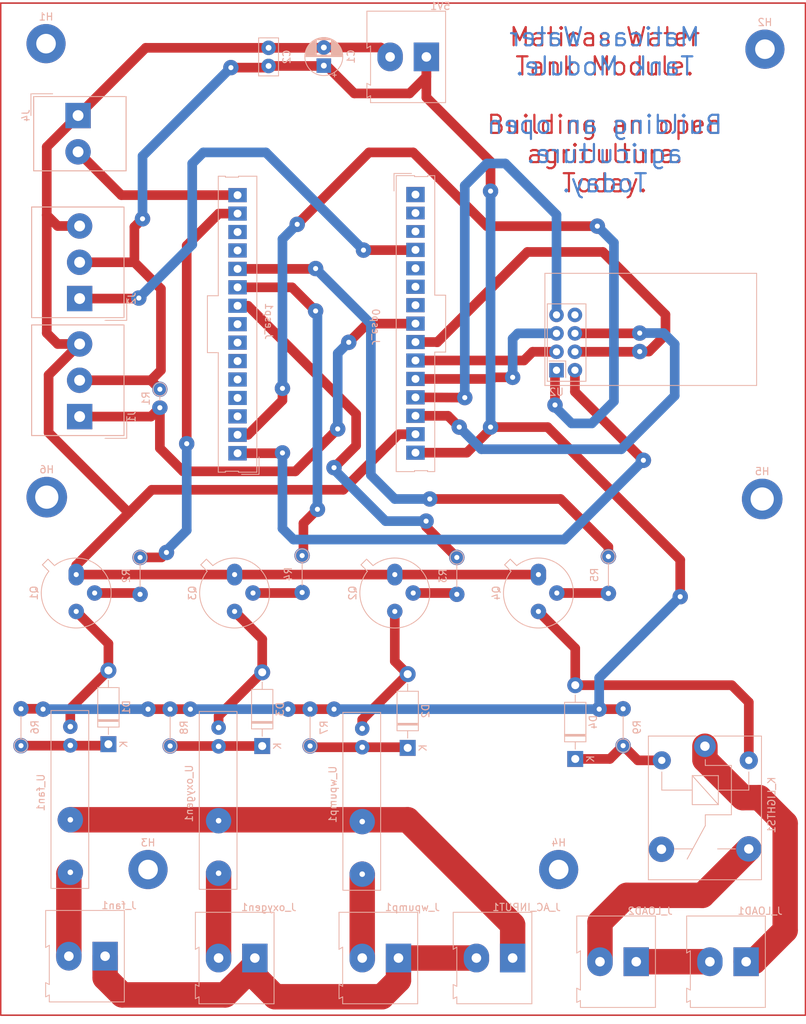
<source format=kicad_pcb>
(kicad_pcb (version 20221018) (generator pcbnew)
  (layers (0 "F.Cu" signal) (31 "B.Cu" signal) (34 "B.Paste" user) (35 "F.Paste" user) (36 "B.SilkS" user "B.Silkscreen") (37 "F.SilkS" user "F.Silkscreen") (38 "B.Mask" user) (39 "F.Mask" user) (44 "Edge.Cuts" user))
  (net 0 "")
  (net 1 "5v")
  (net 2 "GND5V")
  (net 3 "D25")
  (net 4 "D34")
  (net 5 "D33")
  (net 6 "AC1")
  (net 7 "AC2")
  (net 8 "EN")
  (net 9 "VP")
  (net 10 "VN")
  (net 11 "D35")
  (net 12 "D32")
  (net 13 "D26")
  (net 14 "D27")
  (net 15 "D14")
  (net 16 "D12")
  (net 17 "D13")
  (net 18 "3V3")
  (net 19 "GND2")
  (net 20 "D15")
  (net 21 "D2")
  (net 22 "D4")
  (net 23 "RX2")
  (net 24 "TX2")
  (net 25 "D5")
  (net 26 "D18")
  (net 27 "D19")
  (net 28 "D21")
  (net 29 "RX0")
  (net 30 "TX0")
  (net 31 "D22")
  (net 32 "D23")
  (net 33 "Net-(J_fan1-Pin_2)")
  (net 34 "LOAD IN")
  (net 35 "GND LOAD")
  (net 36 "Normally O")
  (net 37 "Net-(J_oxygen1-Pin_2)")
  (net 38 "Net-(J_wpump1-Pin_2)")
  (net 39 "Net-(Q1-B)")
  (net 40 "Net-(Q2-B)")
  (net 41 "Net-(Q3-B)")
  (net 42 "Net-(Q4-B)")
  (net 43 "Net-(D1-K)")
  (net 44 "Net-(D2-K)")
  (net 45 "Net-(D3-K)")
  (net 46 "Net-(D4-K)")
  (net 47 "Net-(D1-A)")
  (net 48 "Net-(D3-A)")
  (net 49 "Net-(D2-A)")
  (net 50 "Net-(D4-A)")
  (net 51 "Normally C")
  (footprint "Resistor_THT:R_Axial_DIN0204_L3.6mm_D1.6mm_P5.08mm_Vertical" (layer "B.Cu") (at 50.8 130.252 90)
    (fp_text reference "R6" (at 2.54 1.92 90) (layer "B.SilkS") (effects (justify mirror)))
    (fp_text value "R")
    (pad "1" thru_hole circle (at 0 0 90) (size 2.125 2.125) (drill 0.7) (layers "*.Cu" "*.Mask") (net 43 "Net-(D1-K)"))
    (pad "2" thru_hole oval (at 5.08 0 90) (size 2.125 2.125) (drill 0.7) (layers "*.Cu" "*.Mask") (net 1 "5v"))
  )
  (footprint "Resistor_THT:R_Axial_DIN0204_L3.6mm_D1.6mm_P2.54mm_Vertical" (layer "B.Cu") (at 69.9575 81.1475 -90)
    (fp_text reference "R1" (at 1.27 1.92 90) (layer "B.SilkS") (effects (justify mirror)))
    (fp_text value "4.7k")
    (pad "1" thru_hole circle (at 0 0 270) (size 2.1 2.1) (drill 0.7) (layers "*.Cu" "*.Mask") (net 1 "5v"))
    (pad "2" thru_hole oval (at 2.54 0 270) (size 2 2.125) (drill 0.7) (layers "*.Cu" "*.Mask") (net 3 "D25"))
  )
  (footprint "Diode_THT:D_DO-41_SOD81_P10.16mm_Horizontal" (layer "B.Cu") (at 104.14 130.556 90)
    (fp_text reference "D2" (at 5.08 2.47 90) (layer "B.SilkS") (effects (justify mirror)))
    (fp_text value "1N4004")
    (fp_text user "K" (at 0 2.1 90) (layer "B.SilkS") (effects (justify mirror)))
    (pad "1" thru_hole rect (at 0 0 90) (size 2.2 2.2) (drill 1.1) (layers "*.Cu" "*.Mask") (net 44 "Net-(D2-K)"))
    (pad "2" thru_hole oval (at 10.16 0 90) (size 2.2 2.2) (drill 1.1) (layers "*.Cu" "*.Mask") (net 49 "Net-(D2-A)"))
  )
  (footprint "Resistor_THT:R_Axial_DIN0204_L3.6mm_D1.6mm_P5.08mm_Vertical" (layer "B.Cu") (at 67.23 104.317 -90)
    (fp_text reference "R2" (at 2.54 1.92 90) (layer "B.SilkS") (effects (justify mirror)))
    (fp_text value "660")
    (pad "1" thru_hole circle (at 0 0 270) (size 2.125 2.125) (drill 0.7) (layers "*.Cu" "*.Mask") (net 31 "D22"))
    (pad "2" thru_hole oval (at 5.08 0 270) (size 2.125 2.125) (drill 0.7) (layers "*.Cu" "*.Mask") (net 39 "Net-(Q1-B)"))
  )
  (footprint "TerminalBlock:TerminalBlock_Altech_AK300-2_P5.00mm" (layer "B.Cu") (at 62.404 159.258 180)
    (fp_text reference "J_fan1" (at -1.92 6.99) (layer "B.SilkS") (effects (justify mirror)))
    (fp_text value "Screw_Terminal_01x02")
    (pad "1" thru_hole rect (at 0 0 180) (size 3.5 3.96) (drill 1.32) (layers "*.Cu" "*.Mask") (net 7 "AC2"))
    (pad "2" thru_hole oval (at 5 0 180) (size 3.5 3.96) (drill 1.32) (layers "*.Cu" "*.Mask") (net 33 "Net-(J_fan1-Pin_2)"))
  )
  (footprint "TerminalBlock:TerminalBlock_Altech_AK300-2_P5.00mm" (layer "B.Cu") (at 106.717 35.352 180)
    (fp_text reference "5V1" (at -1.92 6.99) (layer "B.SilkS") (effects (justify mirror)))
    (fp_text value "Screw_Terminal_01x02")
    (pad "1" thru_hole rect (at 0 0 180) (size 3.5 3.96) (drill 1.32) (layers "*.Cu" "*.Mask") (net 1 "5v"))
    (pad "2" thru_hole oval (at 5 0 180) (size 3.5 3.96) (drill 1.32) (layers "*.Cu" "*.Mask") (net 2 "GND5V"))
  )
  (footprint "Resistor_THT:R_Axial_DIN0204_L3.6mm_D1.6mm_P5.08mm_Vertical" (layer "B.Cu") (at 131.826 104.19 -90)
    (fp_text reference "R5" (at 2.54 1.92 90) (layer "B.SilkS") (effects (justify mirror)))
    (fp_text value "660")
    (pad "1" thru_hole circle (at 0 0 270) (size 2.125 2.125) (drill 0.7) (layers "*.Cu" "*.Mask") (net 28 "D21"))
    (pad "2" thru_hole oval (at 5.08 0 270) (size 2.125 2.125) (drill 0.7) (layers "*.Cu" "*.Mask") (net 42 "Net-(Q4-B)"))
  )
  (footprint "TerminalBlock:TerminalBlock_Altech_AK300-2_P5.00mm" (layer "B.Cu") (at 135.665 160.02 180)
    (fp_text reference "J_LOAD2" (at -1.92 6.99) (layer "B.SilkS") (effects (justify mirror)))
    (fp_text value "Screw_Terminal_01x02")
    (pad "1" thru_hole rect (at 0 0 180) (size 3.5 3.96) (drill 1.32) (layers "*.Cu" "*.Mask") (net 35 "GND LOAD"))
    (pad "2" thru_hole oval (at 5 0 180) (size 3.5 3.96) (drill 1.32) (layers "*.Cu" "*.Mask") (net 36 "Normally O"))
  )
  (footprint "MountingHole:MountingHole_3.2mm_M3_DIN965_Pad" (layer "B.Cu") (at 54.356 96.012 180)
    (fp_text reference "H6" (at 0 3.8) (layer "B.SilkS") (effects (justify mirror)))
    (fp_text value "MountingHole")
    (pad "1" thru_hole circle (at 0 0 180) (size 5.6 5.6) (drill 3.2) (layers "*.Cu" "*.Mask"))
  )
  (footprint "TerminalBlock_Altech:Altech_AK300_1x03_P5.00mm_45-Degree" (layer "B.Cu") (at 58.889 68.6515 90)
    (fp_text reference "J2" (at 0 7.2 90) (layer "B.SilkS") (effects (justify mirror)))
    (fp_text value "Screw_Terminal_01x03")
    (pad "1" thru_hole rect (at 0 0 90) (size 3.5 3.5) (drill 1.5) (layers "*.Cu" "*.Mask") (net 4 "D34"))
    (pad "2" thru_hole circle (at 5 0 90) (size 3.5 3.5) (drill 1.5) (layers "*.Cu" "*.Mask") (net 1 "5v"))
    (pad "3" thru_hole circle (at 10 0 90) (size 3.5 3.5) (drill 1.5) (layers "*.Cu" "*.Mask") (net 2 "GND5V"))
  )
  (footprint "MountingHole:MountingHole_2.7mm_M2.5_Pad" (layer "B.Cu") (at 153.416 34.29 180)
    (fp_text reference "H2" (at 0 3.7) (layer "B.SilkS") (effects (justify mirror)))
    (fp_text value "MountingHole")
    (pad "1" thru_hole circle (at 0 0 180) (size 5.4 5.4) (drill 2.7) (layers "*.Cu" "*.Mask"))
  )
  (footprint "Capacitor_THT:C_Disc_D5.0mm_W2.5mm_P2.50mm" (layer "B.Cu") (at 84.953 36.602 90)
    (fp_text reference "C2" (at 1.25 2.5 90) (layer "B.SilkS") (effects (justify mirror)))
    (fp_text value "C_Generic")
    (pad "1" thru_hole circle (at 0 0 90) (size 2 2) (drill 0.8) (layers "*.Cu" "*.Mask") (net 1 "5v"))
    (pad "2" thru_hole circle (at 2.5 0 90) (size 2 2) (drill 0.8) (layers "*.Cu" "*.Mask") (net 2 "GND5V"))
  )
  (footprint "TerminalBlock_Altech:Altech_AK300_1x03_P5.00mm_45-Degree" (layer "B.Cu") (at 58.889 84.9075 90)
    (fp_text reference "J1" (at 0 7.2 90) (layer "B.SilkS") (effects (justify mirror)))
    (fp_text value "Screw_Terminal_01x03")
    (pad "1" thru_hole rect (at 0 0 90) (size 3.5 3.5) (drill 1.5) (layers "*.Cu" "*.Mask") (net 3 "D25"))
    (pad "2" thru_hole circle (at 5 0 90) (size 3.5 3.5) (drill 1.5) (layers "*.Cu" "*.Mask") (net 1 "5v"))
    (pad "3" thru_hole circle (at 10 0 90) (size 3.5 3.5) (drill 1.5) (layers "*.Cu" "*.Mask") (net 2 "GND5V"))
  )
  (footprint "TerminalBlock:TerminalBlock_Altech_AK300-2_P5.00mm" (layer "B.Cu") (at 118.618 159.512 180)
    (fp_text reference "J_AC_INPUT1" (at -1.92 6.99) (layer "B.SilkS") (effects (justify mirror)))
    (fp_text value "Screw_Terminal_01x02")
    (pad "1" thru_hole rect (at 0 0 180) (size 3.5 3.96) (drill 1.32) (layers "*.Cu" "*.Mask") (net 6 "AC1"))
    (pad "2" thru_hole oval (at 5 0 180) (size 3.5 3.96) (drill 1.32) (layers "*.Cu" "*.Mask") (net 7 "AC2"))
  )
  (footprint "TerminalBlock:TerminalBlock_Altech_AK300-2_P5.00mm" (layer "B.Cu") (at 150.825 160.02 180)
    (fp_text reference "J_LOAD1" (at -1.92 6.99) (layer "B.SilkS") (effects (justify mirror)))
    (fp_text value "Screw_Terminal_01x02")
    (pad "1" thru_hole rect (at 0 0 180) (size 3.5 3.96) (drill 1.32) (layers "*.Cu" "*.Mask") (net 34 "LOAD IN"))
    (pad "2" thru_hole oval (at 5 0 180) (size 3.5 3.96) (drill 1.32) (layers "*.Cu" "*.Mask") (net 35 "GND LOAD"))
  )
  (footprint "esp32:Connector_Molex_Molex_SL_171971-0015_1x15_P2.54mm_Vertical_squares" (layer "B.Cu") (at 88.8245 71.722 90)
    (fp_text reference "J_esp1" (at -0.06 -3.8375 270 unlocked) (layer "B.SilkS") (effects (justify mirror)))
    (fp_text value "Conn_01x15_Female")
    (pad "1" thru_hole rect (at -18.24 -8.15 90) (size 2 2.54) (drill 1.09) (layers "*.Cu" "*.Mask") (net 18 "3V3"))
    (pad "2" thru_hole rect (at -15.7 -8.15 90) (size 1.95 2.54) (drill 1.09) (layers "*.Cu" "*.Mask") (net 19 "GND2"))
    (pad "3" thru_hole rect (at -13.16 -8.15 90) (size 1.95 2.54) (drill 1.09) (layers "*.Cu" "*.Mask") (net 20 "D15"))
    (pad "4" thru_hole rect (at -10.62 -8.15 90) (size 1.95 2.54) (drill 1.09) (layers "*.Cu" "*.Mask") (net 21 "D2"))
    (pad "5" thru_hole rect (at -8.08 -8.15 90) (size 1.95 2.54) (drill 1.09) (layers "*.Cu" "*.Mask") (net 22 "D4"))
    (pad "6" thru_hole rect (at -5.54 -8.15 90) (size 1.95 2.54) (drill 1.09) (layers "*.Cu" "*.Mask") (net 23 "RX2"))
    (pad "7" thru_hole rect (at -3 -8.15 90) (size 1.95 2.54) (drill 1.09) (layers "*.Cu" "*.Mask") (net 24 "TX2"))
    (pad "8" thru_hole rect (at -0.46 -8.15 90) (size 1.95 2.54) (drill 1.09) (layers "*.Cu" "*.Mask") (net 25 "D5"))
    (pad "9" thru_hole rect (at 2.08 -8.15 90) (size 1.95 2.54) (drill 1.09) (layers "*.Cu" "*.Mask") (net 26 "D18"))
    (pad "10" thru_hole rect (at 4.62 -8.15 90) (size 1.95 2.54) (drill 1.09) (layers "*.Cu" "*.Mask") (net 27 "D19"))
    (pad "11" thru_hole rect (at 7.16 -8.15 90) (size 1.95 2.54) (drill 1.09) (layers "*.Cu" "*.Mask") (net 28 "D21"))
    (pad "12" thru_hole rect (at 9.7 -8.15 90) (size 1.95 2.54) (drill 1.09) (layers "*.Cu" "*.Mask") (net 29 "RX0"))
    (pad "13" thru_hole rect (at 12.24 -8.15 90) (size 1.95 2.54) (drill 1.09) (layers "*.Cu" "*.Mask") (net 30 "TX0"))
    (pad "14" thru_hole rect (at 14.78 -8.15 90) (size 1.95 2.54) (drill 1.09) (layers "*.Cu" "*.Mask") (net 31 "D22"))
    (pad "15" thru_hole rect (at 17.32 -8.15 90) (size 1.95 2.54) (drill 1.09) (layers "*.Cu" "*.Mask") (net 32 "D23"))
  )
  (footprint "Package_TO_SOT_THT:TO-39-3" (layer "B.Cu") (at 102.362 106.68 -90)
    (fp_text reference "Q2" (at 2.54 5.82 90) (layer "B.SilkS") (effects (justify mirror)))
    (fp_text value "2N2219")
    (pad "1" thru_hole oval (at 0 0 270) (size 3 2.125) (drill 0.7) (layers "*.Cu" "*.Mask") (net 2 "GND5V"))
    (pad "2" thru_hole oval (at 2.54 -2.54 270) (size 2.125 2.125) (drill 0.7) (layers "*.Cu" "*.Mask") (net 40 "Net-(Q2-B)"))
    (pad "3" thru_hole oval (at 5.08 0 270) (size 2.125 2.125) (drill 0.7) (layers "*.Cu" "*.Mask") (net 49 "Net-(D2-A)"))
  )
  (footprint "TerminalBlock_Altech:Altech_AK300_1x02_P5.00mm_45-Degree" (layer "B.Cu") (at 58.674 43.434 -90)
    (fp_text reference "J4" (at 0 7.2 90) (layer "B.SilkS") (effects (justify mirror)))
    (fp_text value "Screw_Terminal_01x02")
    (pad "1" thru_hole rect (at 0 0 270) (size 3.5 3.5) (drill 1.5) (layers "*.Cu" "*.Mask") (net 2 "GND5V"))
    (pad "2" thru_hole circle (at 5 0 270) (size 3.5 3.5) (drill 1.5) (layers "*.Cu" "*.Mask") (net 32 "D23"))
  )
  (footprint "Diode_THT:D_DO-41_SOD81_P10.16mm_Horizontal" (layer "B.Cu") (at 84.074 130.302 90)
    (fp_text reference "D3" (at 5.08 2.47 90) (layer "B.SilkS") (effects (justify mirror)))
    (fp_text value "1N4004")
    (fp_text user "K" (at 0 2.1 90) (layer "B.SilkS") (effects (justify mirror)))
    (pad "1" thru_hole rect (at 0 0 90) (size 2.2 2.2) (drill 1.1) (layers "*.Cu" "*.Mask") (net 45 "Net-(D3-K)"))
    (pad "2" thru_hole oval (at 10.16 0 90) (size 2.2 2.2) (drill 1.1) (layers "*.Cu" "*.Mask") (net 48 "Net-(D3-A)"))
  )
  (footprint "esp32:Connector_Molex_Molex_SL_171971-0015_1x15_P2.54mm_Vertical_squares" (layer "B.Cu") (at 97.065 72.563 -90)
    (fp_text reference "J_esp0" (at 0 -2.6675 -90 unlocked) (layer "B.SilkS") (effects (justify mirror)))
    (fp_text value "Conn_01x15_Female")
    (pad "1" thru_hole rect (at -18.24 -8.15 270) (size 2.1 2.54) (drill 1.09) (layers "*.Cu" "*.Mask") (net 8 "EN"))
    (pad "2" thru_hole rect (at -15.7 -8.15 270) (size 1.74 2.54) (drill 1.09) (layers "*.Cu" "*.Mask") (net 9 "VP"))
    (pad "3" thru_hole rect (at -13.16 -8.15 270) (size 1.74 2.54) (drill 1.09) (layers "*.Cu" "*.Mask") (net 10 "VN"))
    (pad "4" thru_hole rect (at -10.62 -8.15 270) (size 1.95 2.54) (drill 1.09) (layers "*.Cu" "*.Mask") (net 4 "D34"))
    (pad "5" thru_hole rect (at -8.08 -8.15 270) (size 1.95 2.54) (drill 1.09) (layers "*.Cu" "*.Mask") (net 11 "D35"))
    (pad "6" thru_hole rect (at -5.54 -8.15 270) (size 1.95 2.54) (drill 1.09) (layers "*.Cu" "*.Mask") (net 12 "D32"))
    (pad "7" thru_hole rect (at -3 -8.15 270) (size 1.95 2.54) (drill 1.09) (layers "*.Cu" "*.Mask") (net 5 "D33"))
    (pad "8" thru_hole rect (at -0.46 -8.15 270) (size 1.95 2.54) (drill 1.09) (layers "*.Cu" "*.Mask") (net 3 "D25"))
    (pad "9" thru_hole rect (at 2.08 -8.15 270) (size 1.95 2.54) (drill 1.09) (layers "*.Cu" "*.Mask") (net 13 "D26"))
    (pad "10" thru_hole rect (at 4.62 -8.15 270) (size 1.95 2.54) (drill 1.09) (layers "*.Cu" "*.Mask") (net 14 "D27"))
    (pad "11" thru_hole rect (at 7.16 -8.15 270) (size 1.95 2.54) (drill 1.09) (layers "*.Cu" "*.Mask") (net 15 "D14"))
    (pad "12" thru_hole rect (at 9.7 -8.15 270) (size 1.95 2.54) (drill 1.09) (layers "*.Cu" "*.Mask") (net 16 "D12"))
    (pad "13" thru_hole rect (at 12.24 -8.15 270) (size 1.95 2.54) (drill 1.09) (layers "*.Cu" "*.Mask") (net 17 "D13"))
    (pad "14" thru_hole rect (at 14.78 -8.15 270) (size 1.95 2.54) (drill 1.09) (layers "*.Cu" "*.Mask") (net 2 "GND5V"))
    (pad "15" thru_hole rect (at 17.32 -8.15 270) (size 1.95 2.54) (drill 1.09) (layers "*.Cu" "*.Mask") (net 1 "5v"))
  )
  (footprint "smart_sensor:G3MB-202P" (layer "B.Cu") (at 97.997 136.9695 -90)
    (fp_text reference "U_wpump1" (at 0 4.191 90 unlocked) (layer "B.SilkS") (effects (justify mirror)))
    (fp_text value "34.81-8240")
    (pad "11" thru_hole circle (at 3.7465 0.127 270) (size 3.5 3.5) (drill 0.762) (layers "*.Cu" "*.Mask") (net 6 "AC1"))
    (pad "14" thru_hole circle (at 10.9855 0.127 270) (size 3.5 3.5) (drill 0.762) (layers "*.Cu" "*.Mask") (net 38 "Net-(J_wpump1-Pin_2)"))
    (pad "A1" thru_hole circle (at -6.4995 0.127 270) (size 2 2) (drill 0.762) (layers "*.Cu" "*.Mask") (net 44 "Net-(D2-K)"))
    (pad "A2" thru_hole circle (at -9.0805 0.127 270) (size 2 2) (drill 0.762) (layers "*.Cu" "*.Mask") (net 49 "Net-(D2-A)"))
  )
  (footprint "Resistor_THT:R_Axial_DIN0204_L3.6mm_D1.6mm_P5.08mm_Vertical" (layer "B.Cu") (at 110.918 104.317 -90)
    (fp_text reference "R3" (at 2.54 1.92 90) (layer "B.SilkS") (effects (justify mirror)))
    (fp_text value "660")
    (pad "1" thru_hole circle (at 0 0 270) (size 2.125 2.125) (drill 0.7) (layers "*.Cu" "*.Mask") (net 26 "D18"))
    (pad "2" thru_hole oval (at 5.08 0 270) (size 2.125 2.125) (drill 0.7) (layers "*.Cu" "*.Mask") (net 40 "Net-(Q2-B)"))
  )
  (footprint "TerminalBlock:TerminalBlock_Altech_AK300-2_P5.00mm" (layer "B.Cu") (at 83.058 159.512 180)
    (fp_text reference "J_oxygen1" (at -1.92 6.99) (layer "B.SilkS") (effects (justify mirror)))
    (fp_text value "Screw_Terminal_01x02")
    (pad "1" thru_hole rect (at 0 0 180) (size 3.5 3.96) (drill 1.32) (layers "*.Cu" "*.Mask") (net 7 "AC2"))
    (pad "2" thru_hole oval (at 5 0 180) (size 3.5 3.96) (drill 1.32) (layers "*.Cu" "*.Mask") (net 37 "Net-(J_oxygen1-Pin_2)"))
  )
  (footprint "MountingHole:MountingHole_2.7mm_M2.5_Pad" (layer "B.Cu") (at 54.256 33.528 180)
    (fp_text reference "H1" (at 0 3.7) (layer "B.SilkS") (effects (justify mirror)))
    (fp_text value "MountingHole")
    (pad "1" thru_hole circle (at 0 0 180) (size 5.4 5.4) (drill 2.7) (layers "*.Cu" "*.Mask"))
  )
  (footprint "Package_TO_SOT_THT:TO-39-3" (layer "B.Cu") (at 58.42 106.68 -90)
    (fp_text reference "Q1" (at 2.54 5.82 90) (layer "B.SilkS") (effects (justify mirror)))
    (fp_text value "2N2219")
    (pad "1" thru_hole oval (at 0 0 270) (size 3 2.125) (drill 0.7) (layers "*.Cu" "*.Mask") (net 2 "GND5V"))
    (pad "2" thru_hole oval (at 2.54 -2.54 270) (size 2.125 2.125) (drill 0.7) (layers "*.Cu" "*.Mask") (net 39 "Net-(Q1-B)"))
    (pad "3" thru_hole oval (at 5.08 0 270) (size 2.125 2.125) (drill 0.7) (layers "*.Cu" "*.Mask") (net 47 "Net-(D1-A)"))
  )
  (footprint "Diode_THT:D_DO-41_SOD81_P10.16mm_Horizontal" (layer "B.Cu") (at 127.254 132.08 90)
    (fp_text reference "D4" (at 5.08 2.47 90) (layer "B.SilkS") (effects (justify mirror)))
    (fp_text value "1N4004")
    (fp_text user "K" (at 0 2.1 90) (layer "B.SilkS") (effects (justify mirror)))
    (pad "1" thru_hole rect (at 0 0 90) (size 2.2 2.2) (drill 1.1) (layers "*.Cu" "*.Mask") (net 46 "Net-(D4-K)"))
    (pad "2" thru_hole oval (at 10.16 0 90) (size 2.2 2.2) (drill 1.1) (layers "*.Cu" "*.Mask") (net 50 "Net-(D4-A)"))
  )
  (footprint "Diode_THT:D_DO-41_SOD81_P10.16mm_Horizontal" (layer "B.Cu") (at 62.861 130.048 90)
    (fp_text reference "D1" (at 5.08 2.47 90) (layer "B.SilkS") (effects (justify mirror)))
    (fp_text value "1N4004")
    (fp_text user "K" (at 0 2.1 90) (layer "B.SilkS") (effects (justify mirror)))
    (pad "1" thru_hole rect (at 0 0 90) (size 2.2 2.2) (drill 1.1) (layers "*.Cu" "*.Mask") (net 43 "Net-(D1-K)"))
    (pad "2" thru_hole oval (at 10.16 0 90) (size 2.2 2.2) (drill 1.1) (layers "*.Cu" "*.Mask") (net 47 "Net-(D1-A)"))
  )
  (footprint "MountingHole:MountingHole_2.7mm_M2.5_Pad" (layer "B.Cu") (at 68.326 147.32 180)
    (fp_text reference "H3" (at 0 3.7) (layer "B.SilkS") (effects (justify mirror)))
    (fp_text value "MountingHole")
    (pad "1" thru_hole circle (at 0 0 180) (size 5.4 5.4) (drill 2.7) (layers "*.Cu" "*.Mask"))
  )
  (footprint "Relay_THT:Relay_SPDT_SANYOU_SRD_Series_Form_C" (layer "B.Cu") (at 145.141 130.326 -90)
    (fp_text reference "K_LIGHTS1" (at 8.1 -9.2 90) (layer "B.SilkS") (effects (justify mirror)))
    (fp_text value "SANYOU_SRD_Form_C")
    (pad "1" thru_hole circle (at 0 0 180) (size 3 3) (drill 1.3) (layers "*.Cu" "*.Mask") (net 34 "LOAD IN"))
    (pad "2" thru_hole circle (at 1.95 -6.05 180) (size 2.5 2.5) (drill 1) (layers "*.Cu" "*.Mask") (net 50 "Net-(D4-A)"))
    (pad "3" thru_hole circle (at 14.15 -6.05 180) (size 3.5 3.5) (drill 1.3) (layers "*.Cu" "*.Mask") (net 36 "Normally O"))
    (pad "4" thru_hole circle (at 14.2 6 180) (size 3.5 3.5) (drill 1.3) (layers "*.Cu" "*.Mask") (net 51 "Normally C"))
    (pad "5" thru_hole circle (at 1.95 5.95 180) (size 2.5 2.5) (drill 1) (layers "*.Cu" "*.Mask") (net 46 "Net-(D4-K)"))
  )
  (footprint "TerminalBlock:TerminalBlock_Altech_AK300-2_P5.00mm" (layer "B.Cu") (at 102.87 159.512 180)
    (fp_text reference "J_wpump1" (at -1.92 6.99) (layer "B.SilkS") (effects (justify mirror)))
    (fp_text value "Screw_Terminal_01x02")
    (pad "1" thru_hole rect (at 0 0 180) (size 3.5 3.96) (drill 1.32) (layers "*.Cu" "*.Mask") (net 7 "AC2"))
    (pad "2" thru_hole oval (at 5 0 180) (size 3.5 3.96) (drill 1.32) (layers "*.Cu" "*.Mask") (net 38 "Net-(J_wpump1-Pin_2)"))
  )
  (footprint "Capacitor_THT:CP_Radial_D5.0mm_P2.50mm" (layer "B.Cu") (at 92.573 36.557113 90)
    (fp_text reference "C1" (at 1.25 3.75 90) (layer "B.SilkS") (effects (justify mirror)))
    (fp_text value "C_Polarized")
    (pad "1" thru_hole rect (at 0 0 90) (size 2 2) (drill 0.8) (layers "*.Cu" "*.Mask") (net 1 "5v"))
    (pad "2" thru_hole circle (at 2.5 0 90) (size 2 2) (drill 0.8) (layers "*.Cu" "*.Mask") (net 2 "GND5V"))
  )
  (footprint "Package_TO_SOT_THT:TO-39-3" (layer "B.Cu") (at 80.264 106.68 -90)
    (fp_text reference "Q3" (at 2.54 5.82 90) (layer "B.SilkS") (effects (justify mirror)))
    (fp_text value "2N2219")
    (pad "1" thru_hole oval (at 0 0 270) (size 3 2.125) (drill 0.7) (layers "*.Cu" "*.Mask") (net 2 "GND5V"))
    (pad "2" thru_hole oval (at 2.54 -2.54 270) (size 2.125 2.125) (drill 0.7) (layers "*.Cu" "*.Mask") (net 41 "Net-(Q3-B)"))
    (pad "3" thru_hole oval (at 5.08 0 270) (size 2.125 2.125) (drill 0.7) (layers "*.Cu" "*.Mask") (net 48 "Net-(D3-A)"))
  )
  (footprint "MountingHole:MountingHole_2.7mm_M2.5_Pad" (layer "B.Cu") (at 124.968 147.32 180)
    (fp_text reference "H4" (at 0 3.7) (layer "B.SilkS") (effects (justify mirror)))
    (fp_text value "MountingHole")
    (pad "1" thru_hole circle (at 0 0 180) (size 5.4 5.4) (drill 2.7) (layers "*.Cu" "*.Mask"))
  )
  (footprint "Resistor_THT:R_Axial_DIN0204_L3.6mm_D1.6mm_P5.08mm_Vertical" (layer "B.Cu") (at 90.678 130.29575 90)
    (fp_text reference "R7" (at 2.54 1.92 90) (layer "B.SilkS") (effects (justify mirror)))
    (fp_text value "R")
    (pad "1" thru_hole circle (at 0 0 90) (size 2.125 2.125) (drill 0.7) (layers "*.Cu" "*.Mask") (net 44 "Net-(D2-K)"))
    (pad "2" thru_hole oval (at 5.08 0 90) (size 2.125 2.125) (drill 0.7) (layers "*.Cu" "*.Mask") (net 1 "5v"))
  )
  (footprint "smart_sensor:G3MB-202P" (layer "B.Cu") (at 78.185 136.8425 -90)
    (fp_text reference "U_oxygen1" (at 0 4.191 90 unlocked) (layer "B.SilkS") (effects (justify mirror)))
    (fp_text value "34.81-8240")
    (pad "11" thru_hole circle (at 3.7465 0.127 270) (size 3.5 3.5) (drill 0.762) (layers "*.Cu" "*.Mask") (net 6 "AC1"))
    (pad "14" thru_hole circle (at 10.9855 0.127 270) (size 3.5 3.5) (drill 0.762) (layers "*.Cu" "*.Mask") (net 37 "Net-(J_oxygen1-Pin_2)"))
    (pad "A1" thru_hole circle (at -6.4995 0.127 270) (size 2 2) (drill 0.762) (layers "*.Cu" "*.Mask") (net 45 "Net-(D3-K)"))
    (pad "A2" thru_hole circle (at -9.0805 0.127 270) (size 2 2) (drill 0.762) (layers "*.Cu" "*.Mask") (net 48 "Net-(D3-A)"))
  )
  (footprint "Resistor_THT:R_Axial_DIN0204_L3.6mm_D1.6mm_P5.08mm_Vertical" (layer "B.Cu") (at 89.582 104.063 -90)
    (fp_text reference "R4" (at 2.54 1.92 90) (layer "B.SilkS") (effects (justify mirror)))
    (fp_text value "660")
    (pad "1" thru_hole circle (at 0 0 270) (size 2.125 2.125) (drill 0.7) (layers "*.Cu" "*.Mask") (net 27 "D19"))
    (pad "2" thru_hole oval (at 5.08 0 270) (size 2.125 2.125) (drill 0.7) (layers "*.Cu" "*.Mask") (net 41 "Net-(Q3-B)"))
  )
  (footprint "Resistor_THT:R_Axial_DIN0204_L3.6mm_D1.6mm_P5.08mm_Vertical" (layer "B.Cu") (at 133.858 130.252 90)
    (fp_text reference "R9" (at 2.54 1.92 90) (layer "B.SilkS") (effects (justify mirror)))
    (fp_text value "R")
    (pad "1" thru_hole circle (at 0 0 90) (size 2.125 2.125) (drill 0.7) (layers "*.Cu" "*.Mask") (net 46 "Net-(D4-K)"))
    (pad "2" thru_hole oval (at 5.08 0 90) (size 2.125 2.125) (drill 0.7) (layers "*.Cu" "*.Mask") (net 1 "5v"))
  )
  (footprint "Package_TO_SOT_THT:TO-39-3" (layer "B.Cu") (at 122.174 106.68 -90)
    (fp_text reference "Q4" (at 2.54 5.82 90) (layer "B.SilkS") (effects (justify mirror)))
    (fp_text value "2N2219")
    (pad "1" thru_hole oval (at 0 0 270) (size 3 2.125) (drill 0.7) (layers "*.Cu" "*.Mask") (net 2 "GND5V"))
    (pad "2" thru_hole oval (at 2.54 -2.54 270) (size 2.125 2.125) (drill 0.7) (layers "*.Cu" "*.Mask") (net 42 "Net-(Q4-B)"))
    (pad "3" thru_hole oval (at 5.08 0 270) (size 2.125 2.125) (drill 0.7) (layers "*.Cu" "*.Mask") (net 50 "Net-(D4-A)"))
  )
  (footprint "MountingHole:MountingHole_3.2mm_M3_DIN965_Pad" (layer "B.Cu") (at 153.041 96.266 180)
    (fp_text reference "H5" (at 0 3.8) (layer "B.SilkS") (effects (justify mirror)))
    (fp_text value "MountingHole")
    (pad "1" thru_hole circle (at 0 0 180) (size 5.6 5.6) (drill 3.2) (layers "*.Cu" "*.Mask"))
  )
  (footprint "RF_Module:nRF24L01_Breakout" (layer "B.Cu") (at 124.668 78.523)
    (fp_text reference "U2" (at 0 3) (layer "B.SilkS") (effects (justify mirror)))
    (fp_text value "NRF24L01_Breakout")
    (pad "1" thru_hole rect (at 0 0) (size 2 2) (drill 1) (layers "*.Cu" "*.Mask") (net 19 "GND2"))
    (pad "2" thru_hole circle (at 2.54 0) (size 2 2) (drill 1) (layers "*.Cu" "*.Mask") (net 18 "3V3"))
    (pad "3" thru_hole circle (at 0 -2.54) (size 2 2) (drill 1) (layers "*.Cu" "*.Mask") (net 14 "D27"))
    (pad "4" thru_hole circle (at 2.54 -2.54) (size 2 2) (drill 1) (layers "*.Cu" "*.Mask") (net 13 "D26"))
    (pad "5" thru_hole circle (at 0 -5.08) (size 2 2) (drill 1) (layers "*.Cu" "*.Mask") (net 15 "D14"))
    (pad "6" thru_hole circle (at 2.54 -5.08) (size 2 2) (drill 1) (layers "*.Cu" "*.Mask") (net 17 "D13"))
    (pad "7" thru_hole circle (at 0 -7.62) (size 2 2) (drill 1) (layers "*.Cu" "*.Mask") (net 16 "D12"))
    (pad "8" thru_hole circle (at 2.54 -7.62) (size 2 2) (drill 1) (layers "*.Cu" "*.Mask"))
  )
  (footprint "smart_sensor:G3MB-202P" (layer "B.Cu") (at 57.734 136.7155 -90)
    (fp_text reference "U_fan1" (at 0 4.191 90 unlocked) (layer "B.SilkS") (effects (justify mirror)))
    (fp_text value "34.81-8240")
    (pad "11" thru_hole circle (at 3.7465 0.127 270) (size 3.5 3.5) (drill 0.762) (layers "*.Cu" "*.Mask") (net 6 "AC1"))
    (pad "14" thru_hole circle (at 10.9855 0.127 270) (size 3.5 3.5) (drill 0.762) (layers "*.Cu" "*.Mask") (net 33 "Net-(J_fan1-Pin_2)"))
    (pad "A1" thru_hole circle (at -6.4995 0.127 270) (size 2 2) (drill 0.762) (layers "*.Cu" "*.Mask") (net 43 "Net-(D1-K)"))
    (pad "A2" thru_hole circle (at -9.0805 0.127 270) (size 2 2) (drill 0.762) (layers "*.Cu" "*.Mask") (net 47 "Net-(D1-A)"))
  )
  (footprint "Resistor_THT:R_Axial_DIN0204_L3.6mm_D1.6mm_P5.08mm_Vertical" (layer "B.Cu") (at 71.374 130.29575 90)
    (fp_text reference "R8" (at 2.54 1.92 90) (layer "B.SilkS") (effects (justify mirror)))
    (fp_text value "R")
    (pad "1" thru_hole circle (at 0 0 90) (size 2.125 2.125) (drill 0.7) (layers "*.Cu" "*.Mask") (net 45 "Net-(D3-K)"))
    (pad "2" thru_hole oval (at 5.08 0 90) (size 2.125 2.125) (drill 0.7) (layers "*.Cu" "*.Mask") (net 1 "5v"))
  )
  (gr_rect (start 48.006 27.94) (end 159.004 167.386) (stroke (width 0.2)) (fill none) (layer "F.Cu"))
  (gr_text "Maticas Water\nTank Module.\n\nBuilding an open\nagriculture.\nToday." (at 131.318 42.672) (layer "F.Cu") (effects (font (size 2.5 2.5) (thickness 0.3) bold)))
  (gr_text "Maticas Water\nTank Module.\n\nBuilding an open\nagriculture.\nToday." (at 131.318 42.672) (layer "B.Cu") (effects (font (size 2.5 2.5) (thickness 0.3) bold) (justify mirror)))
  (segment (start 92.945113 36.557113) (end 96.774 40.386) (width 1.33) (layer "F.Cu") (net 1))
  (segment (start 106.717 40.931) (end 106.717 35.352) (width 1.33) (layer "F.Cu") (net 1))
  (segment (start 66.4455 58.7765) (end 67.564 57.658) (width 1.33) (layer "F.Cu") (net 1))
  (segment (start 73.914 125.222) (end 68.326 125.222) (width 1.33) (layer "F.Cu") (net 1))
  (segment (start 96.774 40.386) (end 104.394 40.386) (width 1.33) (layer "F.Cu") (net 1))
  (segment (start 70.104 67.31) (end 66.4455 63.6515) (width 1.33) (layer "F.Cu") (net 1))
  (segment (start 115.57 86.614) (end 112.301 89.883) (width 1.33) (layer "F.Cu") (net 1))
  (segment (start 115.57 49.784) (end 106.717 40.931) (width 1.33) (layer "F.Cu") (net 1))
  (segment (start 53.798 125.172) (end 53.848 125.222) (width 1.33) (layer "F.Cu") (net 1))
  (segment (start 104.394 40.386) (end 106.717 38.063) (width 1.33) (layer "F.Cu") (net 1))
  (segment (start 92.528113 36.602) (end 92.573 36.557113) (width 1.33) (layer "F.Cu") (net 1))
  (segment (start 87.63 125.222) (end 87.68 125.172) (width 1.33) (layer "F.Cu") (net 1))
  (segment (start 115.57 53.848) (end 115.57 49.784) (width 1.33) (layer "F.Cu") (net 1))
  (segment (start 130.556 125.222) (end 133.808 125.222) (width 1.33) (layer "F.Cu") (net 1))
  (segment (start 141.732 104.648) (end 123.444 86.36) (width 1.33) (layer "F.Cu") (net 1))
  (segment (start 133.808 125.222) (end 133.858 125.172) (width 1.33) (layer "F.Cu") (net 1))
  (segment (start 68.7175 79.9075) (end 70.104 78.521) (width 1.33) (layer "F.Cu") (net 1))
  (segment (start 87.63 125.222) (end 93.98 125.222) (width 1.33) (layer "F.Cu") (net 1))
  (segment (start 123.444 86.36) (end 115.57 86.36) (width 1.33) (layer "F.Cu") (net 1))
  (segment (start 84.725 36.83) (end 84.953 36.602) (width 1.33) (layer "F.Cu") (net 1))
  (segment (start 66.4455 63.6515) (end 58.889 63.6515) (width 1.33) (layer "F.Cu") (net 1))
  (segment (start 50.8 125.172) (end 53.798 125.172) (width 1.33) (layer "F.Cu") (net 1))
  (segment (start 141.732 109.728) (end 141.732 104.648) (width 1.33) (layer "F.Cu") (net 1))
  (segment (start 58.889 79.9075) (end 68.7175 79.9075) (width 1.33) (layer "F.Cu") (net 1))
  (segment (start 112.301 89.883) (end 105.215 89.883) (width 1.33) (layer "F.Cu") (net 1))
  (segment (start 92.573 36.557113) (end 92.945113 36.557113) (width 1.33) (layer "F.Cu") (net 1))
  (segment (start 79.756 36.83) (end 84.725 36.83) (width 1.33) (layer "F.Cu") (net 1))
  (segment (start 115.57 86.36) (end 115.57 86.614) (width 1.33) (layer "F.Cu") (net 1))
  (segment (start 73.864 125.172) (end 73.914 125.222) (width 1.33) (layer "F.Cu") (net 1))
  (segment (start 84.953 36.602) (end 92.528113 36.602) (width 1.33) (layer "F.Cu") (net 1))
  (segment (start 68.7175 79.9075) (end 69.9575 81.1475) (width 1.33) (layer "F.Cu") (net 1))
  (segment (start 106.717 38.063) (end 106.717 35.352) (width 1.33) (layer "F.Cu") (net 1))
  (segment (start 70.104 78.521) (end 70.104 67.31) (width 1.33) (layer "F.Cu") (net 1))
  (segment (start 66.4455 63.6515) (end 66.4455 58.7765) (width 1.33) (layer "F.Cu") (net 1))
  (via (at 79.756 36.83) (size 2.125) (drill 0.7) (layers "F.Cu" "B.Cu") (net 1))
  (via (at 87.63 125.222) (size 2.125) (drill 0.7) (layers "F.Cu" "B.Cu") (net 1))
  (via (at 67.564 57.658) (size 2.125) (drill 0.7) (layers "F.Cu" "B.Cu") (net 1))
  (via (at 115.57 53.848) (size 2.125) (drill 0.7) (layers "F.Cu" "B.Cu") (net 1))
  (via (at 68.326 125.222) (size 2.125) (drill 0.7) (layers "F.Cu" "B.Cu") (net 1))
  (via (at 141.732 109.728) (size 2.125) (drill 0.7) (layers "F.Cu" "B.Cu") (net 1))
  (via (at 74.168 125.222) (size 2.125) (drill 0.7) (layers "F.Cu" "B.Cu") (net 1))
  (via (at 115.57 86.36) (size 2.125) (drill 0.7) (layers "F.Cu" "B.Cu") (net 1))
  (via (at 130.556 125.222) (size 2.125) (drill 0.7) (layers "F.Cu" "B.Cu") (net 1))
  (via (at 93.98 125.222) (size 2.125) (drill 0.7) (layers "F.Cu" "B.Cu") (net 1))
  (via (at 53.848 125.222) (size 2.125) (drill 0.7) (layers "F.Cu" "B.Cu") (net 1))
  (segment (start 67.564 57.658) (end 67.564 49.022) (width 1.33) (layer "B.Cu") (net 1))
  (segment (start 74.168 125.222) (end 87.63 125.222) (width 1.33) (layer "B.Cu") (net 1))
  (segment (start 115.57 53.848) (end 115.57 86.36) (width 1.33) (layer "B.Cu") (net 1))
  (segment (start 141.732 109.728) (end 130.556 120.904) (width 1.33) (layer "B.Cu") (net 1))
  (segment (start 53.848 125.222) (end 68.326 125.222) (width 1.33) (layer "B.Cu") (net 1))
  (segment (start 67.564 49.022) (end 79.756 36.83) (width 1.33) (layer "B.Cu") (net 1))
  (segment (start 130.556 120.904) (end 130.556 125.222) (width 1.33) (layer "B.Cu") (net 1))
  (segment (start 93.98 125.222) (end 130.556 125.222) (width 1.33) (layer "B.Cu") (net 1))
  (segment (start 92.528113 34.102) (end 92.573 34.057113) (width 1.33) (layer "F.Cu") (net 2))
  (segment (start 84.953 34.102) (end 92.528113 34.102) (width 1.33) (layer "F.Cu") (net 2))
  (segment (start 95.25 94.996) (end 102.903 87.343) (width 1.33) (layer "F.Cu") (net 2))
  (segment (start 58.889 74.9075) (end 54.61 79.1865) (width 1.33) (layer "F.Cu") (net 2))
  (segment (start 58.42 105.41) (end 65.659 98.171) (width 1.33) (layer "F.Cu") (net 2))
  (segment (start 58.42 106.68) (end 122.174 106.68) (width 1.33) (layer "F.Cu") (net 2))
  (segment (start 54.356 57.15) (end 54.356 73.406) (width 1.33) (layer "F.Cu") (net 2))
  (segment (start 58.42 106.68) (end 58.42 105.41) (width 1.33) (layer "F.Cu") (net 2))
  (segment (start 58.674 43.434) (end 54.356 47.752) (width 1.33) (layer "F.Cu") (net 2))
  (segment (start 102.903 87.343) (end 105.215 87.343) (width 1.33) (layer "F.Cu") (net 2))
  (segment (start 54.356 73.406) (end 55.8575 74.9075) (width 1.33) (layer "F.Cu") (net 2))
  (segment (start 55.8575 74.9075) (end 58.889 74.9075) (width 1.33) (layer "F.Cu") (net 2))
  (segment (start 65.659 98.171) (end 68.834 94.996) (width 1.33) (layer "F.Cu") (net 2))
  (segment (start 101.717 35.352) (end 100.422113 34.057113) (width 1.33) (layer "F.Cu") (net 2))
  (segment (start 54.356 57.15) (end 55.8575 58.6515) (width 1.33) (layer "F.Cu") (net 2))
  (segment (start 68.834 94.996) (end 95.25 94.996) (width 1.33) (layer "F.Cu") (net 2))
  (segment (start 55.8575 58.6515) (end 58.889 58.6515) (width 1.33) (layer "F.Cu") (net 2))
  (segment (start 54.61 87.122) (end 64.516 97.028) (width 1.33) (layer "F.Cu") (net 2))
  (segment (start 68.006 34.102) (end 58.674 43.434) (width 1.33) (layer "F.Cu") (net 2))
  (segment (start 65.659 98.171) (end 64.516 97.028) (width 1.33) (layer "F.Cu") (net 2))
  (segment (start 54.356 47.752) (end 54.356 57.15) (width 1.33) (layer "F.Cu") (net 2))
  (segment (start 84.953 34.102) (end 68.006 34.102) (width 1.33) (layer "F.Cu") (net 2))
  (segment (start 100.422113 34.057113) (end 92.573 34.057113) (width 1.33) (layer "F.Cu") (net 2))
  (segment (start 54.61 79.1865) (end 54.61 87.122) (width 1.33) (layer "F.Cu") (net 2))
  (segment (start 96.012 74.676) (end 98.585 72.103) (width 1.33) (layer "F.Cu") (net 3))
  (segment (start 88.646 92.456) (end 73.152 92.456) (width 1.33) (layer "F.Cu") (net 3))
  (segment (start 68.7375 84.9075) (end 69.9575 83.6875) (width 1.33) (layer "F.Cu") (net 3))
  (segment (start 69.9575 89.2615) (end 69.9575 83.6875) (width 1.33) (layer "F.Cu") (net 3))
  (segment (start 58.889 84.9075) (end 68.7375 84.9075) (width 1.33) (layer "F.Cu") (net 3))
  (segment (start 94.488 86.614) (end 88.646 92.456) (width 1.33) (layer "F.Cu") (net 3))
  (segment (start 98.585 72.103) (end 105.215 72.103) (width 1.33) (layer "F.Cu") (net 3))
  (segment (start 73.152 92.456) (end 69.9575 89.2615) (width 1.33) (layer "F.Cu") (net 3))
  (via (at 94.488 86.614) (size 2.125) (drill 0.7) (layers "F.Cu" "B.Cu") (net 3))
  (via (at 96.012 74.676) (size 2.125) (drill 0.7) (layers "F.Cu" "B.Cu") (net 3))
  (segment (start 94.488 86.614) (end 94.488 76.2) (width 1.33) (layer "B.Cu") (net 3))
  (segment (start 94.488 76.2) (end 96.012 74.676) (width 1.33) (layer "B.Cu") (net 3))
  (segment (start 105.182 61.976) (end 105.215 61.943) (width 1.33) (layer "F.Cu") (net 4))
  (segment (start 58.889 68.6515) (end 66.9845 68.6515) (width 1.33) (layer "F.Cu") (net 4))
  (segment (start 98.044 61.976) (end 105.182 61.976) (width 1.33) (layer "F.Cu") (net 4))
  (segment (start 66.9845 68.6515) (end 67.056 68.58) (width 1.33) (layer "F.Cu") (net 4))
  (via (at 98.044 61.976) (size 2.125) (drill 0.7) (layers "F.Cu" "B.Cu") (net 4))
  (via (at 67.056 68.58) (size 2.125) (drill 0.7) (layers "F.Cu" "B.Cu") (net 4))
  (segment (start 74.422 61.214) (end 67.056 68.58) (width 1.33) (layer "B.Cu") (net 4))
  (segment (start 98.044 61.976) (end 84.582 48.514) (width 1.33) (layer "B.Cu") (net 4))
  (segment (start 84.582 48.514) (end 75.946 48.514) (width 1.33) (layer "B.Cu") (net 4))
  (segment (start 98.044 61.976) (end 97.155 61.087) (width 1.33) (layer "B.Cu") (net 4))
  (segment (start 74.422 50.038) (end 74.422 61.214) (width 1.33) (layer "B.Cu") (net 4))
  (segment (start 75.946 48.514) (end 74.422 50.038) (width 1.33) (layer "B.Cu") (net 4))
  (segment (start 104.14 140.462) (end 118.618 154.94) (width 3.5) (layer "F.Cu") (net 6))
  (segment (start 57.607 140.462) (end 104.14 140.462) (width 3.5) (layer "F.Cu") (net 6))
  (segment (start 118.618 154.94) (end 118.618 159.512) (width 3.5) (layer "F.Cu") (net 6))
  (segment (start 83.058 160.502) (end 83.058 159.512) (width 3.5) (layer "F.Cu") (net 7))
  (segment (start 100.584 164.846) (end 102.87 162.56) (width 3.5) (layer "F.Cu") (net 7))
  (segment (start 62.404 162.226) (end 64.77 164.592) (width 3.5) (layer "F.Cu") (net 7))
  (segment (start 102.87 162.56) (end 102.87 159.512) (width 3.5) (layer "F.Cu") (net 7))
  (segment (start 113.618 159.512) (end 102.87 159.512) (width 3.5) (layer "F.Cu") (net 7))
  (segment (start 83.058 162.052) (end 85.852 164.846) (width 3.5) (layer "F.Cu") (net 7))
  (segment (start 64.77 164.592) (end 78.968 164.592) (width 3.5) (layer "F.Cu") (net 7))
  (segment (start 83.058 159.512) (end 83.058 162.052) (width 3.5) (layer "F.Cu") (net 7))
  (segment (start 78.968 164.592) (end 83.058 160.502) (width 3.5) (layer "F.Cu") (net 7))
  (segment (start 85.852 164.846) (end 100.584 164.846) (width 3.5) (layer "F.Cu") (net 7))
  (segment (start 62.404 159.258) (end 62.404 162.226) (width 3.5) (layer "F.Cu") (net 7))
  (segment (start 120.65 62.23) (end 108.204 74.676) (width 1.33) (layer "F.Cu") (net 13))
  (segment (start 108.171 74.643) (end 105.215 74.643) (width 1.33) (layer "F.Cu") (net 13))
  (segment (start 136.144 75.946) (end 136.107 75.983) (width 1.33) (layer "F.Cu") (net 13))
  (segment (start 139.7 70.866) (end 131.064 62.23) (width 1.33) (layer "F.Cu") (net 13))
  (segment (start 136.144 75.946) (end 137.414 75.946) (width 1.33) (layer "F.Cu") (net 13))
  (segment (start 139.7 73.66) (end 139.7 70.866) (width 1.33) (layer "F.Cu") (net 13))
  (segment (start 136.107 75.983) (end 127.208 75.983) (width 1.33) (layer "F.Cu") (net 13))
  (segment (start 131.064 62.23) (end 120.65 62.23) (width 1.33) (layer "F.Cu") (net 13))
  (segment (start 137.414 75.946) (end 139.7 73.66) (width 1.33) (layer "F.Cu") (net 13))
  (segment (start 108.204 74.676) (end 108.171 74.643) (width 1.33) (layer "F.Cu") (net 13))
  (via (at 136.144 75.946) (size 2.125) (drill 0.7) (layers "F.Cu" "B.Cu") (net 13))
  (segment (start 121.375 75.983) (end 124.668 75.983) (width 1.33) (layer "F.Cu") (net 14))
  (segment (start 120.175 77.183) (end 121.375 75.983) (width 1.33) (layer "F.Cu") (net 14))
  (segment (start 105.215 77.183) (end 120.175 77.183) (width 1.33) (layer "F.Cu") (net 14))
  (segment (start 115.791 79.723) (end 116.012 79.502) (width 1.33) (layer "F.Cu") (net 15))
  (segment (start 115.791 79.723) (end 105.215 79.723) (width 1.33) (layer "F.Cu") (net 15))
  (segment (start 116.012 79.502) (end 118.618 79.502) (width 1.33) (layer "F.Cu") (net 15))
  (via (at 118.618 79.502) (size 2.125) (drill 0.7) (layers "F.Cu" "B.Cu") (net 15))
  (segment (start 119.343 73.443) (end 124.668 73.443) (width 1.33) (layer "B.Cu") (net 15))
  (segment (start 118.618 74.168) (end 119.343 73.443) (width 1.33) (layer "B.Cu") (net 15))
  (segment (start 118.618 79.502) (end 118.618 74.168) (width 1.33) (layer "B.Cu") (net 15))
  (segment (start 105.215 82.263) (end 112.014 82.296) (width 1.33) (layer "F.Cu") (net 16))
  (segment (start 112.014 82.296) (end 111.981 82.263) (width 1.33) (layer "F.Cu") (net 16))
  (via (at 112.014 82.296) (size 2.125) (drill 0.7) (layers "F.Cu" "B.Cu") (net 16))
  (segment (start 112.014 82.296) (end 112.014 53.086) (width 1.33) (layer "B.Cu") (net 16))
  (segment (start 115.062 50.038) (end 117.602 50.038) (width 1.33) (layer "B.Cu") (net 16))
  (segment (start 124.668 57.104) (end 124.668 70.903) (width 1.33) (layer "B.Cu") (net 16))
  (segment (start 112.014 53.086) (end 115.062 50.038) (width 1.33) (layer "B.Cu") (net 16))
  (segment (start 117.602 50.038) (end 124.668 57.104) (width 1.33) (layer "B.Cu") (net 16))
  (segment (start 136.144 73.406) (end 136.107 73.443) (width 1.33) (layer "F.Cu") (net 17))
  (segment (start 136.107 73.443) (end 127.208 73.443) (width 1.33) (layer "F.Cu") (net 17))
  (segment (start 109.695 84.803) (end 105.215 84.803) (width 1.33) (layer "F.Cu") (net 17))
  (segment (start 111.252 86.36) (end 109.695 84.803) (width 1.33) (layer "F.Cu") (net 17))
  (via (at 136.144 73.406) (size 2.125) (drill 0.7) (layers "F.Cu" "B.Cu") (net 17))
  (via (at 111.252 86.36) (size 2.125) (drill 0.7) (layers "F.Cu" "B.Cu") (net 17))
  (segment (start 139.446 73.406) (end 136.144 73.406) (width 1.33) (layer "B.Cu") (net 17))
  (segment (start 140.97 74.93) (end 139.446 73.406) (width 1.33) (layer "B.Cu") (net 17))
  (segment (start 133.604 89.408) (end 140.97 82.042) (width 1.33) (layer "B.Cu") (net 17))
  (segment (start 114.3 89.408) (end 133.604 89.408) (width 1.33) (layer "B.Cu") (net 17))
  (segment (start 140.97 82.042) (end 140.97 74.93) (width 1.33) (layer "B.Cu") (net 17))
  (segment (start 111.252 86.36) (end 114.3 89.408) (width 1.33) (layer "B.Cu") (net 17))
  (segment (start 127.208 81.488) (end 127.208 78.523) (width 1.33) (layer "F.Cu") (net 18))
  (segment (start 86.822 89.962) (end 86.868 89.916) (width 1.33) (layer "F.Cu") (net 18))
  (segment (start 80.6745 89.962) (end 86.822 89.962) (width 1.33) (layer "F.Cu") (net 18))
  (segment (start 136.652 90.932) (end 127.208 81.488) (width 1.33) (layer "F.Cu") (net 18))
  (via (at 86.868 89.916) (size 2.125) (drill 0.7) (layers "F.Cu" "B.Cu") (net 18))
  (via (at 136.652 90.932) (size 2.125) (drill 0.7) (layers "F.Cu" "B.Cu") (net 18))
  (segment (start 125.73 101.854) (end 88.392 101.854) (width 1.33) (layer "B.Cu") (net 18))
  (segment (start 136.652 90.932) (end 125.73 101.854) (width 1.33) (layer "B.Cu") (net 18))
  (segment (start 88.392 101.854) (end 86.868 100.33) (width 1.33) (layer "B.Cu") (net 18))
  (segment (start 86.868 100.33) (end 86.868 89.916) (width 1.33) (layer "B.Cu") (net 18))
  (segment (start 88.9 58.42) (end 98.806 48.514) (width 1.33) (layer "F.Cu") (net 19))
  (segment (start 124.46 78.731) (end 124.668 78.523) (width 1.33) (layer "F.Cu") (net 19))
  (segment (start 82.1095 87.422) (end 86.868 82.6635) (width 1.33) (layer "F.Cu") (net 19))
  (segment (start 86.868 82.6635) (end 86.868 81.026) (width 1.33) (layer "F.Cu") (net 19))
  (segment (start 115.062 58.674) (end 130.302 58.674) (width 1.33) (layer "F.Cu") (net 19))
  (segment (start 104.902 48.514) (end 115.062 58.674) (width 1.33) (layer "F.Cu") (net 19))
  (segment (start 98.806 48.514) (end 104.902 48.514) (width 1.33) (layer "F.Cu") (net 19))
  (segment (start 124.46 83.312) (end 124.46 78.731) (width 1.33) (layer "F.Cu") (net 19))
  (segment (start 80.6745 87.422) (end 82.1095 87.422) (width 1.33) (layer "F.Cu") (net 19))
  (via (at 86.868 81.026) (size 2.125) (drill 0.7) (layers "F.Cu" "B.Cu") (net 19))
  (via (at 130.302 58.674) (size 2.125) (drill 0.7) (layers "F.Cu" "B.Cu") (net 19))
  (via (at 124.46 83.312) (size 2.125) (drill 0.7) (layers "F.Cu" "B.Cu") (net 19))
  (via (at 88.9 58.42) (size 2.125) (drill 0.7) (layers "F.Cu" "B.Cu") (net 19))
  (segment (start 124.46 83.566) (end 124.46 83.312) (width 1.33) (layer "B.Cu") (net 19))
  (segment (start 132.588 82.804) (end 129.54 85.852) (width 1.33) (layer "B.Cu") (net 19))
  (segment (start 86.868 60.452) (end 88.9 58.42) (width 1.33) (layer "B.Cu") (net 19))
  (segment (start 86.868 81.026) (end 86.868 60.452) (width 1.33) (layer "B.Cu") (net 19))
  (segment (start 129.54 85.852) (end 126.746 85.852) (width 1.33) (layer "B.Cu") (net 19))
  (segment (start 126.746 85.852) (end 124.46 83.566) (width 1.33) (layer "B.Cu") (net 19))
  (segment (start 132.588 60.96) (end 132.588 82.804) (width 1.33) (layer "B.Cu") (net 19))
  (segment (start 130.302 58.674) (end 132.588 60.96) (width 1.33) (layer "B.Cu") (net 19))
  (segment (start 82.1095 69.642) (end 80.6745 69.642) (width 1.33) (layer "F.Cu") (net 26))
  (segment (start 93.98 91.948) (end 97.028 88.9) (width 1.33) (layer "F.Cu") (net 26))
  (segment (start 106.68 100.079) (end 110.918 104.317) (width 1.33) (layer "F.Cu") (net 26))
  (segment (start 106.68 99.314) (end 106.68 100.079) (width 1.33) (layer "F.Cu") (net 26))
  (segment (start 97.028 88.9) (end 97.028 84.5605) (width 1.33) (layer "F.Cu") (net 26))
  (segment (start 97.028 84.5605) (end 82.1095 69.642) (width 1.33) (layer "F.Cu") (net 26))
  (via (at 106.68 99.314) (size 2.125) (drill 0.7) (layers "F.Cu" "B.Cu") (net 26))
  (via (at 93.98 91.948) (size 2.125) (drill 0.7) (layers "F.Cu" "B.Cu") (net 26))
  (segment (start 106.68 99.314) (end 101.092 99.314) (width 1.33) (layer "B.Cu") (net 26))
  (segment (start 101.092 99.314) (end 93.98 92.202) (width 1.33) (layer "B.Cu") (net 26))
  (segment (start 93.98 92.202) (end 93.98 91.948) (width 1.33) (layer "B.Cu") (net 26))
  (segment (start 91.44 70.358) (end 88.184 67.102) (width 1.33) (layer "F.Cu") (net 27))
  (segment (start 89.759 99.62) (end 89.759 103.886) (width 1.33) (layer "F.Cu") (net 27))
  (segment (start 91.694 97.685) (end 89.759 99.62) (width 1.33) (layer "F.Cu") (net 27))
  (segment (start 88.184 67.102) (end 80.6745 67.102) (width 1.33) (layer "F.Cu") (net 27))
  (segment (start 89.759 103.886) (end 89.582 104.063) (width 1.33) (layer "F.Cu") (net 27))
  (via (at 91.44 70.358) (size 2.125) (drill 0.7) (layers "F.Cu" "B.Cu") (net 27))
  (via (at 91.694 97.685) (size 2.125) (drill 0.7) (layers "F.Cu" "B.Cu") (net 27))
  (segment (start 91.694 97.685) (end 91.694 70.612) (width 1.33) (layer "B.Cu") (net 27))
  (segment (start 91.694 70.612) (end 91.44 70.358) (width 1.33) (layer "B.Cu") (net 27))
  (segment (start 91.44 64.516) (end 91.394 64.562) (width 1.33) (layer "F.Cu") (net 28))
  (segment (start 131.826 102.87) (end 131.826 104.19) (width 1.33) (layer "F.Cu") (net 28))
  (segment (start 91.394 64.562) (end 80.6745 64.562) (width 1.33) (layer "F.Cu") (net 28))
  (segment (start 107.188 96.266) (end 125.222 96.266) (width 1.33) (layer "F.Cu") (net 28))
  (segment (start 125.222 96.266) (end 131.826 102.87) (width 1.33) (layer "F.Cu") (net 28))
  (via (at 107.188 96.266) (size 2.125) (drill 0.7) (layers "F.Cu" "B.Cu") (net 28))
  (via (at 91.44 64.516) (size 2.125) (drill 0.7) (layers "F.Cu" "B.Cu") (net 28))
  (segment (start 102.362 96.266) (end 99.06 92.964) (width 1.33) (layer "B.Cu") (net 28))
  (segment (start 99.06 72.136) (end 91.44 64.516) (width 1.33) (layer "B.Cu") (net 28))
  (segment (start 107.188 96.266) (end 102.362 96.266) (width 1.33) (layer "B.Cu") (net 28))
  (segment (start 99.06 92.964) (end 99.06 72.136) (width 1.33) (layer "B.Cu") (net 28))
  (segment (start 78.0745 56.942) (end 80.6745 56.942) (width 1.33) (layer "F.Cu") (net 31))
  (segment (start 73.66 61.3565) (end 78.0745 56.942) (width 1.33) (layer "F.Cu") (net 31))
  (segment (start 70.181 104.317) (end 70.866 103.632) (width 1.33) (layer "F.Cu") (net 31))
  (segment (start 67.23 104.317) (end 70.181 104.317) (width 1.33) (layer "F.Cu") (net 31))
  (segment (start 73.66 88.646) (end 73.66 61.3565) (width 1.33) (layer "F.Cu") (net 31))
  (via (at 73.66 88.646) (size 2.125) (drill 0.7) (layers "F.Cu" "B.Cu") (net 31))
  (via (at 70.866 103.632) (size 2.125) (drill 0.7) (layers "F.Cu" "B.Cu") (net 31))
  (segment (start 70.866 103.632) (end 70.612 103.632) (width 1.33) (layer "B.Cu") (net 31))
  (segment (start 73.66 88.646) (end 73.66 100.584) (width 1.33) (layer "B.Cu") (net 31))
  (segment (start 70.612 103.632) (end 70.612 103.632) (width 1.33) (layer "B.Cu") (net 31))
  (segment (start 70.866 103.378) (end 70.866 103.632) (width 1.33) (layer "B.Cu") (net 31))
  (segment (start 73.66 100.584) (end 70.866 103.378) (width 1.33) (layer "B.Cu") (net 31))
  (segment (start 80.6745 54.402) (end 64.642 54.402) (width 1.33) (layer "F.Cu") (net 32))
  (segment (start 64.642 54.402) (end 58.674 48.434) (width 1.33) (layer "F.Cu") (net 32))
  (segment (start 57.404 159.258) (end 57.404 147.904) (width 3.5) (layer "F.Cu") (net 33))
  (segment (start 57.404 147.904) (end 57.607 147.701) (width 3.5) (layer "F.Cu") (net 33))
  (segment (start 156.21 155.702) (end 151.892 160.02) (width 3.5) (layer "F.Cu") (net 34))
  (segment (start 156.21 140.97) (end 156.21 155.702) (width 3.5) (layer "F.Cu") (net 34))
  (segment (start 145.141 132.187) (end 150.368 137.414) (width 3.5) (layer "F.Cu") (net 34))
  (segment (start 151.892 160.02) (end 150.825 160.02) (width 3.5) (layer "F.Cu") (net 34))
  (segment (start 145.141 130.326) (end 145.141 132.187) (width 3.5) (layer "F.Cu") (net 34))
  (segment (start 150.368 137.414) (end 152.654 137.414) (width 3.5) (layer "F.Cu") (net 34))
  (segment (start 152.654 137.414) (end 156.21 140.97) (width 3.5) (layer "F.Cu") (net 34))
  (segment (start 135.665 160.02) (end 145.825 160.02) (width 3.5) (layer "F.Cu") (net 35))
  (segment (start 130.665 154.577) (end 130.665 160.02) (width 3.5) (layer "F.Cu") (net 36))
  (segment (start 144.791 150.876) (end 134.366 150.876) (width 3.5) (layer "F.Cu") (net 36))
  (segment (start 151.191 144.476) (end 144.791 150.876) (width 3.5) (layer "F.Cu") (net 36))
  (segment (start 134.366 150.876) (end 130.665 154.577) (width 3.5) (layer "F.Cu") (net 36))
  (segment (start 78.058 147.828) (end 78.058 159.512) (width 3.5) (layer "F.Cu") (net 37))
  (segment (start 97.87 159.512) (end 97.87 147.955) (width 3.5) (layer "F.Cu") (net 38))
  (segment (start 60.96 109.22) (end 67.053 109.22) (width 1.33) (layer "F.Cu") (net 39))
  (segment (start 67.053 109.22) (end 67.23 109.397) (width 1.33) (layer "F.Cu") (net 39))
  (segment (start 110.741 109.22) (end 110.918 109.397) (width 1.33) (layer "F.Cu") (net 40))
  (segment (start 104.902 109.22) (end 110.741 109.22) (width 1.33) (layer "F.Cu") (net 40))
  (segment (start 82.804 109.22) (end 89.505 109.22) (width 1.33) (layer "F.Cu") (net 41))
  (segment (start 89.505 109.22) (end 89.582 109.143) (width 1.33) (layer "F.Cu") (net 41))
  (segment (start 131.776 109.22) (end 131.826 109.27) (width 1.33) (layer "F.Cu") (net 42))
  (segment (start 124.714 109.22) (end 131.776 109.22) (width 1.33) (layer "F.Cu") (net 42))
  (segment (start 62.657 130.252) (end 62.861 130.048) (width 1.33) (layer "F.Cu") (net 43))
  (segment (start 50.8 130.252) (end 62.657 130.252) (width 1.33) (layer "F.Cu") (net 43))
  (segment (start 104.054 130.47) (end 104.14 130.556) (width 1.33) (layer "F.Cu") (net 44))
  (segment (start 97.87 130.47) (end 104.054 130.47) (width 1.33) (layer "F.Cu") (net 44))
  (segment (start 97.87 130.47) (end 90.85225 130.47) (width 1.33) (layer "F.Cu") (net 44))
  (segment (start 90.85225 130.47) (end 90.678 130.29575) (width 1.33) (layer "F.Cu") (net 44))
  (segment (start 71.932 130.302) (end 84.074 130.302) (width 1.33) (layer "F.Cu") (net 45))
  (segment (start 71.374 130.29575) (end 71.92575 130.29575) (width 1.33) (layer "F.Cu") (net 45))
  (segment (start 71.92575 130.29575) (end 71.932 130.302) (width 1.33) (layer "F.Cu") (net 45))
  (segment (start 133.858 130.252) (end 135.882 132.276) (width 1.33) (layer "F.Cu") (net 46))
  (segment (start 135.882 132.276) (end 139.191 132.276) (width 1.33) (layer "F.Cu") (net 46))
  (segment (start 132.03 132.08) (end 133.858 130.252) (width 1.33) (layer "F.Cu") (net 46))
  (segment (start 127.254 132.08) (end 132.03 132.08) (width 1.33) (layer "F.Cu") (net 46))
  (segment (start 57.607 127.635) (end 57.607 125.142) (width 1.33) (layer "F.Cu") (net 47))
  (segment (start 62.861 116.201) (end 58.42 111.76) (width 1.33) (layer "F.Cu") (net 47))
  (segment (start 57.607 125.142) (end 62.861 119.888) (width 1.33) (layer "F.Cu") (net 47))
  (segment (start 62.861 119.888) (end 62.861 116.201) (width 1.33) (layer "F.Cu") (net 47))
  (segment (start 78.058 127.762) (end 78.058 126.158) (width 1.33) (layer "F.Cu") (net 48))
  (segment (start 78.058 126.158) (end 84.074 120.142) (width 1.33) (layer "F.Cu") (net 48))
  (segment (start 84.074 115.57) (end 80.264 111.76) (width 1.33) (layer "F.Cu") (net 48))
  (segment (start 84.074 120.142) (end 84.074 115.57) (width 1.33) (layer "F.Cu") (net 48))
  (segment (start 102.362 118.618) (end 104.14 120.396) (width 1.33) (layer "F.Cu") (net 49))
  (segment (start 97.87 126.666) (end 104.14 120.396) (width 1.33) (layer "F.Cu") (net 49))
  (segment (start 102.362 111.76) (end 102.362 118.618) (width 1.33) (layer "F.Cu") (net 49))
  (segment (start 97.87 127.889) (end 97.87 126.666) (width 1.33) (layer "F.Cu") (net 49))
  (segment (start 127.254 121.92) (end 148.844 121.92) (width 1.33) (layer "F.Cu") (net 50))
  (segment (start 151.191 124.267) (end 151.191 132.276) (width 1.33) (layer "F.Cu") (net 50))
  (segment (start 127.254 116.84) (end 122.174 111.76) (width 1.33) (layer "F.Cu") (net 50))
  (segment (start 148.844 121.92) (end 151.191 124.267) (width 1.33) (layer "F.Cu") (net 50))
  (segment (start 127.254 121.92) (end 127.254 116.84) (width 1.33) (layer "F.Cu") (net 50))
)
</source>
